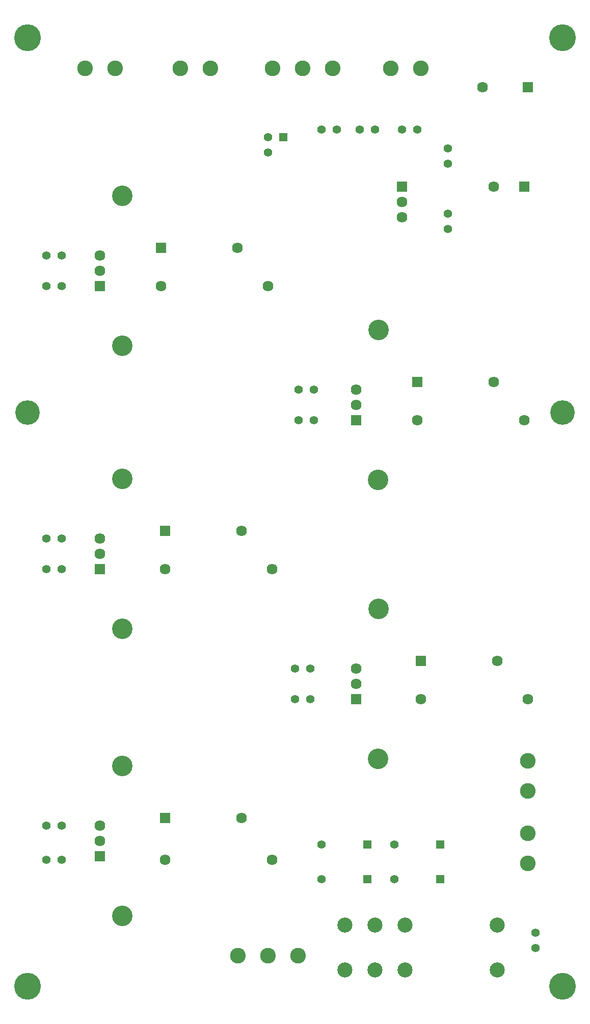
<source format=gbs>
G04 (created by PCBNEW (2013-04-19 BZR 4011)-stable) date 7/6/2013 8:24:16 PM*
%MOIN*%
G04 Gerber Fmt 3.4, Leading zero omitted, Abs format*
%FSLAX34Y34*%
G01*
G70*
G90*
G04 APERTURE LIST*
%ADD10C,0.00393701*%
%ADD11R,0.0552X0.0552*%
%ADD12C,0.0552*%
%ADD13C,0.0702*%
%ADD14R,0.0702X0.0702*%
%ADD15C,0.134058*%
%ADD16C,0.0986252*%
%ADD17C,0.102562*%
%ADD18C,0.1752*%
%ADD19C,0.1602*%
G04 APERTURE END LIST*
G54D10*
G54D11*
X68250Y-16500D03*
G54D12*
X67250Y-16500D03*
X67250Y-17500D03*
G54D13*
X73000Y-33000D03*
X73000Y-34000D03*
G54D14*
X73000Y-35000D03*
G54D15*
X74456Y-29098D03*
X74446Y-38901D03*
G54D13*
X73000Y-51250D03*
X73000Y-52250D03*
G54D14*
X73000Y-53250D03*
G54D15*
X74456Y-47348D03*
X74446Y-57151D03*
G54D13*
X56250Y-61500D03*
X56250Y-62500D03*
G54D14*
X56250Y-63500D03*
G54D15*
X57706Y-57598D03*
X57696Y-67401D03*
G54D13*
X56250Y-24250D03*
X56250Y-25250D03*
G54D14*
X56250Y-26250D03*
G54D15*
X57706Y-20348D03*
X57696Y-30151D03*
G54D13*
X56250Y-42750D03*
X56250Y-43750D03*
G54D14*
X56250Y-44750D03*
G54D15*
X57706Y-38848D03*
X57696Y-48651D03*
G54D13*
X76000Y-21750D03*
X76000Y-20750D03*
G54D14*
X76000Y-19750D03*
G54D16*
X74250Y-68000D03*
X74250Y-70952D03*
X72281Y-68000D03*
X72281Y-70952D03*
X76218Y-68000D03*
X76218Y-70952D03*
X82242Y-68000D03*
X82242Y-70952D03*
G54D17*
X67250Y-70000D03*
X69218Y-70000D03*
X69218Y-70000D03*
X67250Y-70000D03*
X65281Y-70000D03*
X69500Y-12000D03*
X71468Y-12000D03*
X71468Y-12000D03*
X69500Y-12000D03*
X67531Y-12000D03*
X55265Y-12000D03*
X57234Y-12000D03*
X57234Y-12000D03*
X55265Y-12000D03*
X61515Y-12000D03*
X63484Y-12000D03*
X63484Y-12000D03*
X61515Y-12000D03*
X75265Y-12000D03*
X77234Y-12000D03*
X77234Y-12000D03*
X75265Y-12000D03*
X84250Y-57265D03*
X84250Y-59234D03*
X84250Y-59234D03*
X84250Y-57265D03*
X84250Y-62015D03*
X84250Y-63984D03*
X84250Y-63984D03*
X84250Y-62015D03*
G54D13*
X67500Y-63750D03*
X60500Y-63750D03*
X84000Y-35000D03*
X77000Y-35000D03*
X84250Y-53250D03*
X77250Y-53250D03*
X67250Y-26250D03*
X60250Y-26250D03*
X67500Y-44750D03*
X60500Y-44750D03*
G54D12*
X70750Y-16000D03*
X71750Y-16000D03*
X52750Y-63750D03*
X53750Y-63750D03*
X69250Y-35000D03*
X70250Y-35000D03*
X52750Y-26250D03*
X53750Y-26250D03*
X69000Y-53250D03*
X70000Y-53250D03*
X52750Y-44750D03*
X53750Y-44750D03*
X79000Y-17250D03*
X79000Y-18250D03*
X84750Y-68500D03*
X84750Y-69500D03*
X76000Y-16000D03*
X77000Y-16000D03*
X73250Y-16000D03*
X74250Y-16000D03*
X79000Y-22500D03*
X79000Y-21500D03*
G54D13*
X82000Y-32500D03*
G54D14*
X77000Y-32500D03*
G54D13*
X82250Y-50750D03*
G54D14*
X77250Y-50750D03*
G54D13*
X65500Y-42250D03*
G54D14*
X60500Y-42250D03*
G54D13*
X65500Y-61000D03*
G54D14*
X60500Y-61000D03*
G54D13*
X65250Y-23750D03*
G54D14*
X60250Y-23750D03*
G54D11*
X78500Y-65000D03*
G54D12*
X75500Y-65000D03*
G54D11*
X78500Y-62750D03*
G54D12*
X75500Y-62750D03*
G54D11*
X73750Y-65000D03*
G54D12*
X70750Y-65000D03*
G54D11*
X73750Y-62750D03*
G54D12*
X70750Y-62750D03*
G54D14*
X84226Y-13250D03*
G54D13*
X81263Y-13250D03*
G54D14*
X84000Y-19750D03*
G54D13*
X82000Y-19750D03*
G54D12*
X52750Y-24250D03*
X53750Y-24250D03*
X52750Y-42750D03*
X53750Y-42750D03*
X69000Y-51250D03*
X70000Y-51250D03*
X52750Y-61500D03*
X53750Y-61500D03*
X69250Y-33000D03*
X70250Y-33000D03*
G54D18*
X51500Y-10000D03*
X86500Y-10000D03*
X51500Y-72000D03*
X86500Y-72000D03*
G54D19*
X51500Y-34500D03*
X86500Y-34500D03*
M02*

</source>
